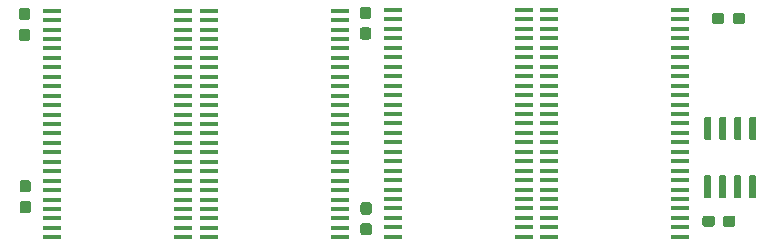
<source format=gbr>
G04 #@! TF.GenerationSoftware,KiCad,Pcbnew,5.1.5*
G04 #@! TF.CreationDate,2020-05-24T05:14:00+08:00*
G04 #@! TF.ProjectId,EDO RAM Stick Recreated,45444f20-5241-44d2-9053-7469636b2052,01*
G04 #@! TF.SameCoordinates,Original*
G04 #@! TF.FileFunction,Paste,Top*
G04 #@! TF.FilePolarity,Positive*
%FSLAX46Y46*%
G04 Gerber Fmt 4.6, Leading zero omitted, Abs format (unit mm)*
G04 Created by KiCad (PCBNEW 5.1.5) date 2020-05-24 05:14:00*
%MOMM*%
%LPD*%
G04 APERTURE LIST*
%ADD10C,0.100000*%
%ADD11R,1.500000X0.300000*%
G04 APERTURE END LIST*
D10*
G36*
X125716903Y-61676322D02*
G01*
X125731464Y-61678482D01*
X125745743Y-61682059D01*
X125759603Y-61687018D01*
X125772910Y-61693312D01*
X125785536Y-61700880D01*
X125797359Y-61709648D01*
X125808266Y-61719534D01*
X125818152Y-61730441D01*
X125826920Y-61742264D01*
X125834488Y-61754890D01*
X125840782Y-61768197D01*
X125845741Y-61782057D01*
X125849318Y-61796336D01*
X125851478Y-61810897D01*
X125852200Y-61825600D01*
X125852200Y-63475600D01*
X125851478Y-63490303D01*
X125849318Y-63504864D01*
X125845741Y-63519143D01*
X125840782Y-63533003D01*
X125834488Y-63546310D01*
X125826920Y-63558936D01*
X125818152Y-63570759D01*
X125808266Y-63581666D01*
X125797359Y-63591552D01*
X125785536Y-63600320D01*
X125772910Y-63607888D01*
X125759603Y-63614182D01*
X125745743Y-63619141D01*
X125731464Y-63622718D01*
X125716903Y-63624878D01*
X125702200Y-63625600D01*
X125402200Y-63625600D01*
X125387497Y-63624878D01*
X125372936Y-63622718D01*
X125358657Y-63619141D01*
X125344797Y-63614182D01*
X125331490Y-63607888D01*
X125318864Y-63600320D01*
X125307041Y-63591552D01*
X125296134Y-63581666D01*
X125286248Y-63570759D01*
X125277480Y-63558936D01*
X125269912Y-63546310D01*
X125263618Y-63533003D01*
X125258659Y-63519143D01*
X125255082Y-63504864D01*
X125252922Y-63490303D01*
X125252200Y-63475600D01*
X125252200Y-61825600D01*
X125252922Y-61810897D01*
X125255082Y-61796336D01*
X125258659Y-61782057D01*
X125263618Y-61768197D01*
X125269912Y-61754890D01*
X125277480Y-61742264D01*
X125286248Y-61730441D01*
X125296134Y-61719534D01*
X125307041Y-61709648D01*
X125318864Y-61700880D01*
X125331490Y-61693312D01*
X125344797Y-61687018D01*
X125358657Y-61682059D01*
X125372936Y-61678482D01*
X125387497Y-61676322D01*
X125402200Y-61675600D01*
X125702200Y-61675600D01*
X125716903Y-61676322D01*
G37*
G36*
X126986903Y-61676322D02*
G01*
X127001464Y-61678482D01*
X127015743Y-61682059D01*
X127029603Y-61687018D01*
X127042910Y-61693312D01*
X127055536Y-61700880D01*
X127067359Y-61709648D01*
X127078266Y-61719534D01*
X127088152Y-61730441D01*
X127096920Y-61742264D01*
X127104488Y-61754890D01*
X127110782Y-61768197D01*
X127115741Y-61782057D01*
X127119318Y-61796336D01*
X127121478Y-61810897D01*
X127122200Y-61825600D01*
X127122200Y-63475600D01*
X127121478Y-63490303D01*
X127119318Y-63504864D01*
X127115741Y-63519143D01*
X127110782Y-63533003D01*
X127104488Y-63546310D01*
X127096920Y-63558936D01*
X127088152Y-63570759D01*
X127078266Y-63581666D01*
X127067359Y-63591552D01*
X127055536Y-63600320D01*
X127042910Y-63607888D01*
X127029603Y-63614182D01*
X127015743Y-63619141D01*
X127001464Y-63622718D01*
X126986903Y-63624878D01*
X126972200Y-63625600D01*
X126672200Y-63625600D01*
X126657497Y-63624878D01*
X126642936Y-63622718D01*
X126628657Y-63619141D01*
X126614797Y-63614182D01*
X126601490Y-63607888D01*
X126588864Y-63600320D01*
X126577041Y-63591552D01*
X126566134Y-63581666D01*
X126556248Y-63570759D01*
X126547480Y-63558936D01*
X126539912Y-63546310D01*
X126533618Y-63533003D01*
X126528659Y-63519143D01*
X126525082Y-63504864D01*
X126522922Y-63490303D01*
X126522200Y-63475600D01*
X126522200Y-61825600D01*
X126522922Y-61810897D01*
X126525082Y-61796336D01*
X126528659Y-61782057D01*
X126533618Y-61768197D01*
X126539912Y-61754890D01*
X126547480Y-61742264D01*
X126556248Y-61730441D01*
X126566134Y-61719534D01*
X126577041Y-61709648D01*
X126588864Y-61700880D01*
X126601490Y-61693312D01*
X126614797Y-61687018D01*
X126628657Y-61682059D01*
X126642936Y-61678482D01*
X126657497Y-61676322D01*
X126672200Y-61675600D01*
X126972200Y-61675600D01*
X126986903Y-61676322D01*
G37*
G36*
X128256903Y-61676322D02*
G01*
X128271464Y-61678482D01*
X128285743Y-61682059D01*
X128299603Y-61687018D01*
X128312910Y-61693312D01*
X128325536Y-61700880D01*
X128337359Y-61709648D01*
X128348266Y-61719534D01*
X128358152Y-61730441D01*
X128366920Y-61742264D01*
X128374488Y-61754890D01*
X128380782Y-61768197D01*
X128385741Y-61782057D01*
X128389318Y-61796336D01*
X128391478Y-61810897D01*
X128392200Y-61825600D01*
X128392200Y-63475600D01*
X128391478Y-63490303D01*
X128389318Y-63504864D01*
X128385741Y-63519143D01*
X128380782Y-63533003D01*
X128374488Y-63546310D01*
X128366920Y-63558936D01*
X128358152Y-63570759D01*
X128348266Y-63581666D01*
X128337359Y-63591552D01*
X128325536Y-63600320D01*
X128312910Y-63607888D01*
X128299603Y-63614182D01*
X128285743Y-63619141D01*
X128271464Y-63622718D01*
X128256903Y-63624878D01*
X128242200Y-63625600D01*
X127942200Y-63625600D01*
X127927497Y-63624878D01*
X127912936Y-63622718D01*
X127898657Y-63619141D01*
X127884797Y-63614182D01*
X127871490Y-63607888D01*
X127858864Y-63600320D01*
X127847041Y-63591552D01*
X127836134Y-63581666D01*
X127826248Y-63570759D01*
X127817480Y-63558936D01*
X127809912Y-63546310D01*
X127803618Y-63533003D01*
X127798659Y-63519143D01*
X127795082Y-63504864D01*
X127792922Y-63490303D01*
X127792200Y-63475600D01*
X127792200Y-61825600D01*
X127792922Y-61810897D01*
X127795082Y-61796336D01*
X127798659Y-61782057D01*
X127803618Y-61768197D01*
X127809912Y-61754890D01*
X127817480Y-61742264D01*
X127826248Y-61730441D01*
X127836134Y-61719534D01*
X127847041Y-61709648D01*
X127858864Y-61700880D01*
X127871490Y-61693312D01*
X127884797Y-61687018D01*
X127898657Y-61682059D01*
X127912936Y-61678482D01*
X127927497Y-61676322D01*
X127942200Y-61675600D01*
X128242200Y-61675600D01*
X128256903Y-61676322D01*
G37*
G36*
X129526903Y-61676322D02*
G01*
X129541464Y-61678482D01*
X129555743Y-61682059D01*
X129569603Y-61687018D01*
X129582910Y-61693312D01*
X129595536Y-61700880D01*
X129607359Y-61709648D01*
X129618266Y-61719534D01*
X129628152Y-61730441D01*
X129636920Y-61742264D01*
X129644488Y-61754890D01*
X129650782Y-61768197D01*
X129655741Y-61782057D01*
X129659318Y-61796336D01*
X129661478Y-61810897D01*
X129662200Y-61825600D01*
X129662200Y-63475600D01*
X129661478Y-63490303D01*
X129659318Y-63504864D01*
X129655741Y-63519143D01*
X129650782Y-63533003D01*
X129644488Y-63546310D01*
X129636920Y-63558936D01*
X129628152Y-63570759D01*
X129618266Y-63581666D01*
X129607359Y-63591552D01*
X129595536Y-63600320D01*
X129582910Y-63607888D01*
X129569603Y-63614182D01*
X129555743Y-63619141D01*
X129541464Y-63622718D01*
X129526903Y-63624878D01*
X129512200Y-63625600D01*
X129212200Y-63625600D01*
X129197497Y-63624878D01*
X129182936Y-63622718D01*
X129168657Y-63619141D01*
X129154797Y-63614182D01*
X129141490Y-63607888D01*
X129128864Y-63600320D01*
X129117041Y-63591552D01*
X129106134Y-63581666D01*
X129096248Y-63570759D01*
X129087480Y-63558936D01*
X129079912Y-63546310D01*
X129073618Y-63533003D01*
X129068659Y-63519143D01*
X129065082Y-63504864D01*
X129062922Y-63490303D01*
X129062200Y-63475600D01*
X129062200Y-61825600D01*
X129062922Y-61810897D01*
X129065082Y-61796336D01*
X129068659Y-61782057D01*
X129073618Y-61768197D01*
X129079912Y-61754890D01*
X129087480Y-61742264D01*
X129096248Y-61730441D01*
X129106134Y-61719534D01*
X129117041Y-61709648D01*
X129128864Y-61700880D01*
X129141490Y-61693312D01*
X129154797Y-61687018D01*
X129168657Y-61682059D01*
X129182936Y-61678482D01*
X129197497Y-61676322D01*
X129212200Y-61675600D01*
X129512200Y-61675600D01*
X129526903Y-61676322D01*
G37*
G36*
X129526903Y-66626322D02*
G01*
X129541464Y-66628482D01*
X129555743Y-66632059D01*
X129569603Y-66637018D01*
X129582910Y-66643312D01*
X129595536Y-66650880D01*
X129607359Y-66659648D01*
X129618266Y-66669534D01*
X129628152Y-66680441D01*
X129636920Y-66692264D01*
X129644488Y-66704890D01*
X129650782Y-66718197D01*
X129655741Y-66732057D01*
X129659318Y-66746336D01*
X129661478Y-66760897D01*
X129662200Y-66775600D01*
X129662200Y-68425600D01*
X129661478Y-68440303D01*
X129659318Y-68454864D01*
X129655741Y-68469143D01*
X129650782Y-68483003D01*
X129644488Y-68496310D01*
X129636920Y-68508936D01*
X129628152Y-68520759D01*
X129618266Y-68531666D01*
X129607359Y-68541552D01*
X129595536Y-68550320D01*
X129582910Y-68557888D01*
X129569603Y-68564182D01*
X129555743Y-68569141D01*
X129541464Y-68572718D01*
X129526903Y-68574878D01*
X129512200Y-68575600D01*
X129212200Y-68575600D01*
X129197497Y-68574878D01*
X129182936Y-68572718D01*
X129168657Y-68569141D01*
X129154797Y-68564182D01*
X129141490Y-68557888D01*
X129128864Y-68550320D01*
X129117041Y-68541552D01*
X129106134Y-68531666D01*
X129096248Y-68520759D01*
X129087480Y-68508936D01*
X129079912Y-68496310D01*
X129073618Y-68483003D01*
X129068659Y-68469143D01*
X129065082Y-68454864D01*
X129062922Y-68440303D01*
X129062200Y-68425600D01*
X129062200Y-66775600D01*
X129062922Y-66760897D01*
X129065082Y-66746336D01*
X129068659Y-66732057D01*
X129073618Y-66718197D01*
X129079912Y-66704890D01*
X129087480Y-66692264D01*
X129096248Y-66680441D01*
X129106134Y-66669534D01*
X129117041Y-66659648D01*
X129128864Y-66650880D01*
X129141490Y-66643312D01*
X129154797Y-66637018D01*
X129168657Y-66632059D01*
X129182936Y-66628482D01*
X129197497Y-66626322D01*
X129212200Y-66625600D01*
X129512200Y-66625600D01*
X129526903Y-66626322D01*
G37*
G36*
X128256903Y-66626322D02*
G01*
X128271464Y-66628482D01*
X128285743Y-66632059D01*
X128299603Y-66637018D01*
X128312910Y-66643312D01*
X128325536Y-66650880D01*
X128337359Y-66659648D01*
X128348266Y-66669534D01*
X128358152Y-66680441D01*
X128366920Y-66692264D01*
X128374488Y-66704890D01*
X128380782Y-66718197D01*
X128385741Y-66732057D01*
X128389318Y-66746336D01*
X128391478Y-66760897D01*
X128392200Y-66775600D01*
X128392200Y-68425600D01*
X128391478Y-68440303D01*
X128389318Y-68454864D01*
X128385741Y-68469143D01*
X128380782Y-68483003D01*
X128374488Y-68496310D01*
X128366920Y-68508936D01*
X128358152Y-68520759D01*
X128348266Y-68531666D01*
X128337359Y-68541552D01*
X128325536Y-68550320D01*
X128312910Y-68557888D01*
X128299603Y-68564182D01*
X128285743Y-68569141D01*
X128271464Y-68572718D01*
X128256903Y-68574878D01*
X128242200Y-68575600D01*
X127942200Y-68575600D01*
X127927497Y-68574878D01*
X127912936Y-68572718D01*
X127898657Y-68569141D01*
X127884797Y-68564182D01*
X127871490Y-68557888D01*
X127858864Y-68550320D01*
X127847041Y-68541552D01*
X127836134Y-68531666D01*
X127826248Y-68520759D01*
X127817480Y-68508936D01*
X127809912Y-68496310D01*
X127803618Y-68483003D01*
X127798659Y-68469143D01*
X127795082Y-68454864D01*
X127792922Y-68440303D01*
X127792200Y-68425600D01*
X127792200Y-66775600D01*
X127792922Y-66760897D01*
X127795082Y-66746336D01*
X127798659Y-66732057D01*
X127803618Y-66718197D01*
X127809912Y-66704890D01*
X127817480Y-66692264D01*
X127826248Y-66680441D01*
X127836134Y-66669534D01*
X127847041Y-66659648D01*
X127858864Y-66650880D01*
X127871490Y-66643312D01*
X127884797Y-66637018D01*
X127898657Y-66632059D01*
X127912936Y-66628482D01*
X127927497Y-66626322D01*
X127942200Y-66625600D01*
X128242200Y-66625600D01*
X128256903Y-66626322D01*
G37*
G36*
X126986903Y-66626322D02*
G01*
X127001464Y-66628482D01*
X127015743Y-66632059D01*
X127029603Y-66637018D01*
X127042910Y-66643312D01*
X127055536Y-66650880D01*
X127067359Y-66659648D01*
X127078266Y-66669534D01*
X127088152Y-66680441D01*
X127096920Y-66692264D01*
X127104488Y-66704890D01*
X127110782Y-66718197D01*
X127115741Y-66732057D01*
X127119318Y-66746336D01*
X127121478Y-66760897D01*
X127122200Y-66775600D01*
X127122200Y-68425600D01*
X127121478Y-68440303D01*
X127119318Y-68454864D01*
X127115741Y-68469143D01*
X127110782Y-68483003D01*
X127104488Y-68496310D01*
X127096920Y-68508936D01*
X127088152Y-68520759D01*
X127078266Y-68531666D01*
X127067359Y-68541552D01*
X127055536Y-68550320D01*
X127042910Y-68557888D01*
X127029603Y-68564182D01*
X127015743Y-68569141D01*
X127001464Y-68572718D01*
X126986903Y-68574878D01*
X126972200Y-68575600D01*
X126672200Y-68575600D01*
X126657497Y-68574878D01*
X126642936Y-68572718D01*
X126628657Y-68569141D01*
X126614797Y-68564182D01*
X126601490Y-68557888D01*
X126588864Y-68550320D01*
X126577041Y-68541552D01*
X126566134Y-68531666D01*
X126556248Y-68520759D01*
X126547480Y-68508936D01*
X126539912Y-68496310D01*
X126533618Y-68483003D01*
X126528659Y-68469143D01*
X126525082Y-68454864D01*
X126522922Y-68440303D01*
X126522200Y-68425600D01*
X126522200Y-66775600D01*
X126522922Y-66760897D01*
X126525082Y-66746336D01*
X126528659Y-66732057D01*
X126533618Y-66718197D01*
X126539912Y-66704890D01*
X126547480Y-66692264D01*
X126556248Y-66680441D01*
X126566134Y-66669534D01*
X126577041Y-66659648D01*
X126588864Y-66650880D01*
X126601490Y-66643312D01*
X126614797Y-66637018D01*
X126628657Y-66632059D01*
X126642936Y-66628482D01*
X126657497Y-66626322D01*
X126672200Y-66625600D01*
X126972200Y-66625600D01*
X126986903Y-66626322D01*
G37*
G36*
X125716903Y-66626322D02*
G01*
X125731464Y-66628482D01*
X125745743Y-66632059D01*
X125759603Y-66637018D01*
X125772910Y-66643312D01*
X125785536Y-66650880D01*
X125797359Y-66659648D01*
X125808266Y-66669534D01*
X125818152Y-66680441D01*
X125826920Y-66692264D01*
X125834488Y-66704890D01*
X125840782Y-66718197D01*
X125845741Y-66732057D01*
X125849318Y-66746336D01*
X125851478Y-66760897D01*
X125852200Y-66775600D01*
X125852200Y-68425600D01*
X125851478Y-68440303D01*
X125849318Y-68454864D01*
X125845741Y-68469143D01*
X125840782Y-68483003D01*
X125834488Y-68496310D01*
X125826920Y-68508936D01*
X125818152Y-68520759D01*
X125808266Y-68531666D01*
X125797359Y-68541552D01*
X125785536Y-68550320D01*
X125772910Y-68557888D01*
X125759603Y-68564182D01*
X125745743Y-68569141D01*
X125731464Y-68572718D01*
X125716903Y-68574878D01*
X125702200Y-68575600D01*
X125402200Y-68575600D01*
X125387497Y-68574878D01*
X125372936Y-68572718D01*
X125358657Y-68569141D01*
X125344797Y-68564182D01*
X125331490Y-68557888D01*
X125318864Y-68550320D01*
X125307041Y-68541552D01*
X125296134Y-68531666D01*
X125286248Y-68520759D01*
X125277480Y-68508936D01*
X125269912Y-68496310D01*
X125263618Y-68483003D01*
X125258659Y-68469143D01*
X125255082Y-68454864D01*
X125252922Y-68440303D01*
X125252200Y-68425600D01*
X125252200Y-66775600D01*
X125252922Y-66760897D01*
X125255082Y-66746336D01*
X125258659Y-66732057D01*
X125263618Y-66718197D01*
X125269912Y-66704890D01*
X125277480Y-66692264D01*
X125286248Y-66680441D01*
X125296134Y-66669534D01*
X125307041Y-66659648D01*
X125318864Y-66650880D01*
X125331490Y-66643312D01*
X125344797Y-66637018D01*
X125358657Y-66632059D01*
X125372936Y-66628482D01*
X125387497Y-66626322D01*
X125402200Y-66625600D01*
X125702200Y-66625600D01*
X125716903Y-66626322D01*
G37*
D11*
X112106000Y-71830000D03*
X123206000Y-71830000D03*
X112106000Y-71030000D03*
X123206000Y-71030000D03*
X112106000Y-70230000D03*
X123206000Y-70230000D03*
X112106000Y-69430000D03*
X123206000Y-69430000D03*
X112106000Y-68630000D03*
X123206000Y-68630000D03*
X112106000Y-67830000D03*
X123206000Y-67830000D03*
X112106000Y-67030000D03*
X123206000Y-67030000D03*
X112106000Y-66230000D03*
X123206000Y-66230000D03*
X112106000Y-65430000D03*
X123206000Y-65430000D03*
X112106000Y-64630000D03*
X123206000Y-64630000D03*
X112106000Y-63830000D03*
X123206000Y-63830000D03*
X112106000Y-63030000D03*
X123206000Y-63030000D03*
X112106000Y-62230000D03*
X123206000Y-62230000D03*
X112106000Y-61430000D03*
X123206000Y-61430000D03*
X112106000Y-60630000D03*
X123206000Y-60630000D03*
X112106000Y-59830000D03*
X123206000Y-59830000D03*
X112106000Y-59030000D03*
X123206000Y-59030000D03*
X112106000Y-58230000D03*
X123206000Y-58230000D03*
X112106000Y-57430000D03*
X123206000Y-57430000D03*
X112106000Y-56630000D03*
X123206000Y-56630000D03*
X112106000Y-55830000D03*
X123206000Y-55830000D03*
X112106000Y-55030000D03*
X123206000Y-55030000D03*
X112106000Y-54230000D03*
X123206000Y-54230000D03*
X112106000Y-53430000D03*
X123206000Y-53430000D03*
X112106000Y-52630000D03*
X123206000Y-52630000D03*
X98898000Y-71830000D03*
X109998000Y-71830000D03*
X98898000Y-71030000D03*
X109998000Y-71030000D03*
X98898000Y-70230000D03*
X109998000Y-70230000D03*
X98898000Y-69430000D03*
X109998000Y-69430000D03*
X98898000Y-68630000D03*
X109998000Y-68630000D03*
X98898000Y-67830000D03*
X109998000Y-67830000D03*
X98898000Y-67030000D03*
X109998000Y-67030000D03*
X98898000Y-66230000D03*
X109998000Y-66230000D03*
X98898000Y-65430000D03*
X109998000Y-65430000D03*
X98898000Y-64630000D03*
X109998000Y-64630000D03*
X98898000Y-63830000D03*
X109998000Y-63830000D03*
X98898000Y-63030000D03*
X109998000Y-63030000D03*
X98898000Y-62230000D03*
X109998000Y-62230000D03*
X98898000Y-61430000D03*
X109998000Y-61430000D03*
X98898000Y-60630000D03*
X109998000Y-60630000D03*
X98898000Y-59830000D03*
X109998000Y-59830000D03*
X98898000Y-59030000D03*
X109998000Y-59030000D03*
X98898000Y-58230000D03*
X109998000Y-58230000D03*
X98898000Y-57430000D03*
X109998000Y-57430000D03*
X98898000Y-56630000D03*
X109998000Y-56630000D03*
X98898000Y-55830000D03*
X109998000Y-55830000D03*
X98898000Y-55030000D03*
X109998000Y-55030000D03*
X98898000Y-54230000D03*
X109998000Y-54230000D03*
X98898000Y-53430000D03*
X109998000Y-53430000D03*
X98898000Y-52630000D03*
X109998000Y-52630000D03*
X83302400Y-71880800D03*
X94402400Y-71880800D03*
X83302400Y-71080800D03*
X94402400Y-71080800D03*
X83302400Y-70280800D03*
X94402400Y-70280800D03*
X83302400Y-69480800D03*
X94402400Y-69480800D03*
X83302400Y-68680800D03*
X94402400Y-68680800D03*
X83302400Y-67880800D03*
X94402400Y-67880800D03*
X83302400Y-67080800D03*
X94402400Y-67080800D03*
X83302400Y-66280800D03*
X94402400Y-66280800D03*
X83302400Y-65480800D03*
X94402400Y-65480800D03*
X83302400Y-64680800D03*
X94402400Y-64680800D03*
X83302400Y-63880800D03*
X94402400Y-63880800D03*
X83302400Y-63080800D03*
X94402400Y-63080800D03*
X83302400Y-62280800D03*
X94402400Y-62280800D03*
X83302400Y-61480800D03*
X94402400Y-61480800D03*
X83302400Y-60680800D03*
X94402400Y-60680800D03*
X83302400Y-59880800D03*
X94402400Y-59880800D03*
X83302400Y-59080800D03*
X94402400Y-59080800D03*
X83302400Y-58280800D03*
X94402400Y-58280800D03*
X83302400Y-57480800D03*
X94402400Y-57480800D03*
X83302400Y-56680800D03*
X94402400Y-56680800D03*
X83302400Y-55880800D03*
X94402400Y-55880800D03*
X83302400Y-55080800D03*
X94402400Y-55080800D03*
X83302400Y-54280800D03*
X94402400Y-54280800D03*
X83302400Y-53480800D03*
X94402400Y-53480800D03*
X83302400Y-52680800D03*
X94402400Y-52680800D03*
X81143600Y-52680800D03*
X70043600Y-52680800D03*
X81143600Y-53480800D03*
X70043600Y-53480800D03*
X81143600Y-54280800D03*
X70043600Y-54280800D03*
X81143600Y-55080800D03*
X70043600Y-55080800D03*
X81143600Y-55880800D03*
X70043600Y-55880800D03*
X81143600Y-56680800D03*
X70043600Y-56680800D03*
X81143600Y-57480800D03*
X70043600Y-57480800D03*
X81143600Y-58280800D03*
X70043600Y-58280800D03*
X81143600Y-59080800D03*
X70043600Y-59080800D03*
X81143600Y-59880800D03*
X70043600Y-59880800D03*
X81143600Y-60680800D03*
X70043600Y-60680800D03*
X81143600Y-61480800D03*
X70043600Y-61480800D03*
X81143600Y-62280800D03*
X70043600Y-62280800D03*
X81143600Y-63080800D03*
X70043600Y-63080800D03*
X81143600Y-63880800D03*
X70043600Y-63880800D03*
X81143600Y-64680800D03*
X70043600Y-64680800D03*
X81143600Y-65480800D03*
X70043600Y-65480800D03*
X81143600Y-66280800D03*
X70043600Y-66280800D03*
X81143600Y-67080800D03*
X70043600Y-67080800D03*
X81143600Y-67880800D03*
X70043600Y-67880800D03*
X81143600Y-68680800D03*
X70043600Y-68680800D03*
X81143600Y-69480800D03*
X70043600Y-69480800D03*
X81143600Y-70280800D03*
X70043600Y-70280800D03*
X81143600Y-71080800D03*
X70043600Y-71080800D03*
X81143600Y-71880800D03*
X70043600Y-71880800D03*
D10*
G36*
X127677779Y-70036544D02*
G01*
X127700834Y-70039963D01*
X127723443Y-70045627D01*
X127745387Y-70053479D01*
X127766457Y-70063444D01*
X127786448Y-70075426D01*
X127805168Y-70089310D01*
X127822438Y-70104962D01*
X127838090Y-70122232D01*
X127851974Y-70140952D01*
X127863956Y-70160943D01*
X127873921Y-70182013D01*
X127881773Y-70203957D01*
X127887437Y-70226566D01*
X127890856Y-70249621D01*
X127892000Y-70272900D01*
X127892000Y-70747900D01*
X127890856Y-70771179D01*
X127887437Y-70794234D01*
X127881773Y-70816843D01*
X127873921Y-70838787D01*
X127863956Y-70859857D01*
X127851974Y-70879848D01*
X127838090Y-70898568D01*
X127822438Y-70915838D01*
X127805168Y-70931490D01*
X127786448Y-70945374D01*
X127766457Y-70957356D01*
X127745387Y-70967321D01*
X127723443Y-70975173D01*
X127700834Y-70980837D01*
X127677779Y-70984256D01*
X127654500Y-70985400D01*
X127079500Y-70985400D01*
X127056221Y-70984256D01*
X127033166Y-70980837D01*
X127010557Y-70975173D01*
X126988613Y-70967321D01*
X126967543Y-70957356D01*
X126947552Y-70945374D01*
X126928832Y-70931490D01*
X126911562Y-70915838D01*
X126895910Y-70898568D01*
X126882026Y-70879848D01*
X126870044Y-70859857D01*
X126860079Y-70838787D01*
X126852227Y-70816843D01*
X126846563Y-70794234D01*
X126843144Y-70771179D01*
X126842000Y-70747900D01*
X126842000Y-70272900D01*
X126843144Y-70249621D01*
X126846563Y-70226566D01*
X126852227Y-70203957D01*
X126860079Y-70182013D01*
X126870044Y-70160943D01*
X126882026Y-70140952D01*
X126895910Y-70122232D01*
X126911562Y-70104962D01*
X126928832Y-70089310D01*
X126947552Y-70075426D01*
X126967543Y-70063444D01*
X126988613Y-70053479D01*
X127010557Y-70045627D01*
X127033166Y-70039963D01*
X127056221Y-70036544D01*
X127079500Y-70035400D01*
X127654500Y-70035400D01*
X127677779Y-70036544D01*
G37*
G36*
X125927779Y-70036544D02*
G01*
X125950834Y-70039963D01*
X125973443Y-70045627D01*
X125995387Y-70053479D01*
X126016457Y-70063444D01*
X126036448Y-70075426D01*
X126055168Y-70089310D01*
X126072438Y-70104962D01*
X126088090Y-70122232D01*
X126101974Y-70140952D01*
X126113956Y-70160943D01*
X126123921Y-70182013D01*
X126131773Y-70203957D01*
X126137437Y-70226566D01*
X126140856Y-70249621D01*
X126142000Y-70272900D01*
X126142000Y-70747900D01*
X126140856Y-70771179D01*
X126137437Y-70794234D01*
X126131773Y-70816843D01*
X126123921Y-70838787D01*
X126113956Y-70859857D01*
X126101974Y-70879848D01*
X126088090Y-70898568D01*
X126072438Y-70915838D01*
X126055168Y-70931490D01*
X126036448Y-70945374D01*
X126016457Y-70957356D01*
X125995387Y-70967321D01*
X125973443Y-70975173D01*
X125950834Y-70980837D01*
X125927779Y-70984256D01*
X125904500Y-70985400D01*
X125329500Y-70985400D01*
X125306221Y-70984256D01*
X125283166Y-70980837D01*
X125260557Y-70975173D01*
X125238613Y-70967321D01*
X125217543Y-70957356D01*
X125197552Y-70945374D01*
X125178832Y-70931490D01*
X125161562Y-70915838D01*
X125145910Y-70898568D01*
X125132026Y-70879848D01*
X125120044Y-70859857D01*
X125110079Y-70838787D01*
X125102227Y-70816843D01*
X125096563Y-70794234D01*
X125093144Y-70771179D01*
X125092000Y-70747900D01*
X125092000Y-70272900D01*
X125093144Y-70249621D01*
X125096563Y-70226566D01*
X125102227Y-70203957D01*
X125110079Y-70182013D01*
X125120044Y-70160943D01*
X125132026Y-70140952D01*
X125145910Y-70122232D01*
X125161562Y-70104962D01*
X125178832Y-70089310D01*
X125197552Y-70075426D01*
X125217543Y-70063444D01*
X125238613Y-70053479D01*
X125260557Y-70045627D01*
X125283166Y-70039963D01*
X125306221Y-70036544D01*
X125329500Y-70035400D01*
X125904500Y-70035400D01*
X125927779Y-70036544D01*
G37*
G36*
X128490579Y-52866144D02*
G01*
X128513634Y-52869563D01*
X128536243Y-52875227D01*
X128558187Y-52883079D01*
X128579257Y-52893044D01*
X128599248Y-52905026D01*
X128617968Y-52918910D01*
X128635238Y-52934562D01*
X128650890Y-52951832D01*
X128664774Y-52970552D01*
X128676756Y-52990543D01*
X128686721Y-53011613D01*
X128694573Y-53033557D01*
X128700237Y-53056166D01*
X128703656Y-53079221D01*
X128704800Y-53102500D01*
X128704800Y-53577500D01*
X128703656Y-53600779D01*
X128700237Y-53623834D01*
X128694573Y-53646443D01*
X128686721Y-53668387D01*
X128676756Y-53689457D01*
X128664774Y-53709448D01*
X128650890Y-53728168D01*
X128635238Y-53745438D01*
X128617968Y-53761090D01*
X128599248Y-53774974D01*
X128579257Y-53786956D01*
X128558187Y-53796921D01*
X128536243Y-53804773D01*
X128513634Y-53810437D01*
X128490579Y-53813856D01*
X128467300Y-53815000D01*
X127892300Y-53815000D01*
X127869021Y-53813856D01*
X127845966Y-53810437D01*
X127823357Y-53804773D01*
X127801413Y-53796921D01*
X127780343Y-53786956D01*
X127760352Y-53774974D01*
X127741632Y-53761090D01*
X127724362Y-53745438D01*
X127708710Y-53728168D01*
X127694826Y-53709448D01*
X127682844Y-53689457D01*
X127672879Y-53668387D01*
X127665027Y-53646443D01*
X127659363Y-53623834D01*
X127655944Y-53600779D01*
X127654800Y-53577500D01*
X127654800Y-53102500D01*
X127655944Y-53079221D01*
X127659363Y-53056166D01*
X127665027Y-53033557D01*
X127672879Y-53011613D01*
X127682844Y-52990543D01*
X127694826Y-52970552D01*
X127708710Y-52951832D01*
X127724362Y-52934562D01*
X127741632Y-52918910D01*
X127760352Y-52905026D01*
X127780343Y-52893044D01*
X127801413Y-52883079D01*
X127823357Y-52875227D01*
X127845966Y-52869563D01*
X127869021Y-52866144D01*
X127892300Y-52865000D01*
X128467300Y-52865000D01*
X128490579Y-52866144D01*
G37*
G36*
X126740579Y-52866144D02*
G01*
X126763634Y-52869563D01*
X126786243Y-52875227D01*
X126808187Y-52883079D01*
X126829257Y-52893044D01*
X126849248Y-52905026D01*
X126867968Y-52918910D01*
X126885238Y-52934562D01*
X126900890Y-52951832D01*
X126914774Y-52970552D01*
X126926756Y-52990543D01*
X126936721Y-53011613D01*
X126944573Y-53033557D01*
X126950237Y-53056166D01*
X126953656Y-53079221D01*
X126954800Y-53102500D01*
X126954800Y-53577500D01*
X126953656Y-53600779D01*
X126950237Y-53623834D01*
X126944573Y-53646443D01*
X126936721Y-53668387D01*
X126926756Y-53689457D01*
X126914774Y-53709448D01*
X126900890Y-53728168D01*
X126885238Y-53745438D01*
X126867968Y-53761090D01*
X126849248Y-53774974D01*
X126829257Y-53786956D01*
X126808187Y-53796921D01*
X126786243Y-53804773D01*
X126763634Y-53810437D01*
X126740579Y-53813856D01*
X126717300Y-53815000D01*
X126142300Y-53815000D01*
X126119021Y-53813856D01*
X126095966Y-53810437D01*
X126073357Y-53804773D01*
X126051413Y-53796921D01*
X126030343Y-53786956D01*
X126010352Y-53774974D01*
X125991632Y-53761090D01*
X125974362Y-53745438D01*
X125958710Y-53728168D01*
X125944826Y-53709448D01*
X125932844Y-53689457D01*
X125922879Y-53668387D01*
X125915027Y-53646443D01*
X125909363Y-53623834D01*
X125905944Y-53600779D01*
X125904800Y-53577500D01*
X125904800Y-53102500D01*
X125905944Y-53079221D01*
X125909363Y-53056166D01*
X125915027Y-53033557D01*
X125922879Y-53011613D01*
X125932844Y-52990543D01*
X125944826Y-52970552D01*
X125958710Y-52951832D01*
X125974362Y-52934562D01*
X125991632Y-52918910D01*
X126010352Y-52905026D01*
X126030343Y-52893044D01*
X126051413Y-52883079D01*
X126073357Y-52875227D01*
X126095966Y-52869563D01*
X126119021Y-52866144D01*
X126142300Y-52865000D01*
X126717300Y-52865000D01*
X126740579Y-52866144D01*
G37*
G36*
X96882379Y-68908344D02*
G01*
X96905434Y-68911763D01*
X96928043Y-68917427D01*
X96949987Y-68925279D01*
X96971057Y-68935244D01*
X96991048Y-68947226D01*
X97009768Y-68961110D01*
X97027038Y-68976762D01*
X97042690Y-68994032D01*
X97056574Y-69012752D01*
X97068556Y-69032743D01*
X97078521Y-69053813D01*
X97086373Y-69075757D01*
X97092037Y-69098366D01*
X97095456Y-69121421D01*
X97096600Y-69144700D01*
X97096600Y-69719700D01*
X97095456Y-69742979D01*
X97092037Y-69766034D01*
X97086373Y-69788643D01*
X97078521Y-69810587D01*
X97068556Y-69831657D01*
X97056574Y-69851648D01*
X97042690Y-69870368D01*
X97027038Y-69887638D01*
X97009768Y-69903290D01*
X96991048Y-69917174D01*
X96971057Y-69929156D01*
X96949987Y-69939121D01*
X96928043Y-69946973D01*
X96905434Y-69952637D01*
X96882379Y-69956056D01*
X96859100Y-69957200D01*
X96384100Y-69957200D01*
X96360821Y-69956056D01*
X96337766Y-69952637D01*
X96315157Y-69946973D01*
X96293213Y-69939121D01*
X96272143Y-69929156D01*
X96252152Y-69917174D01*
X96233432Y-69903290D01*
X96216162Y-69887638D01*
X96200510Y-69870368D01*
X96186626Y-69851648D01*
X96174644Y-69831657D01*
X96164679Y-69810587D01*
X96156827Y-69788643D01*
X96151163Y-69766034D01*
X96147744Y-69742979D01*
X96146600Y-69719700D01*
X96146600Y-69144700D01*
X96147744Y-69121421D01*
X96151163Y-69098366D01*
X96156827Y-69075757D01*
X96164679Y-69053813D01*
X96174644Y-69032743D01*
X96186626Y-69012752D01*
X96200510Y-68994032D01*
X96216162Y-68976762D01*
X96233432Y-68961110D01*
X96252152Y-68947226D01*
X96272143Y-68935244D01*
X96293213Y-68925279D01*
X96315157Y-68917427D01*
X96337766Y-68911763D01*
X96360821Y-68908344D01*
X96384100Y-68907200D01*
X96859100Y-68907200D01*
X96882379Y-68908344D01*
G37*
G36*
X96882379Y-70658344D02*
G01*
X96905434Y-70661763D01*
X96928043Y-70667427D01*
X96949987Y-70675279D01*
X96971057Y-70685244D01*
X96991048Y-70697226D01*
X97009768Y-70711110D01*
X97027038Y-70726762D01*
X97042690Y-70744032D01*
X97056574Y-70762752D01*
X97068556Y-70782743D01*
X97078521Y-70803813D01*
X97086373Y-70825757D01*
X97092037Y-70848366D01*
X97095456Y-70871421D01*
X97096600Y-70894700D01*
X97096600Y-71469700D01*
X97095456Y-71492979D01*
X97092037Y-71516034D01*
X97086373Y-71538643D01*
X97078521Y-71560587D01*
X97068556Y-71581657D01*
X97056574Y-71601648D01*
X97042690Y-71620368D01*
X97027038Y-71637638D01*
X97009768Y-71653290D01*
X96991048Y-71667174D01*
X96971057Y-71679156D01*
X96949987Y-71689121D01*
X96928043Y-71696973D01*
X96905434Y-71702637D01*
X96882379Y-71706056D01*
X96859100Y-71707200D01*
X96384100Y-71707200D01*
X96360821Y-71706056D01*
X96337766Y-71702637D01*
X96315157Y-71696973D01*
X96293213Y-71689121D01*
X96272143Y-71679156D01*
X96252152Y-71667174D01*
X96233432Y-71653290D01*
X96216162Y-71637638D01*
X96200510Y-71620368D01*
X96186626Y-71601648D01*
X96174644Y-71581657D01*
X96164679Y-71560587D01*
X96156827Y-71538643D01*
X96151163Y-71516034D01*
X96147744Y-71492979D01*
X96146600Y-71469700D01*
X96146600Y-70894700D01*
X96147744Y-70871421D01*
X96151163Y-70848366D01*
X96156827Y-70825757D01*
X96164679Y-70803813D01*
X96174644Y-70782743D01*
X96186626Y-70762752D01*
X96200510Y-70744032D01*
X96216162Y-70726762D01*
X96233432Y-70711110D01*
X96252152Y-70697226D01*
X96272143Y-70685244D01*
X96293213Y-70675279D01*
X96315157Y-70667427D01*
X96337766Y-70661763D01*
X96360821Y-70658344D01*
X96384100Y-70657200D01*
X96859100Y-70657200D01*
X96882379Y-70658344D01*
G37*
G36*
X96831579Y-52336144D02*
G01*
X96854634Y-52339563D01*
X96877243Y-52345227D01*
X96899187Y-52353079D01*
X96920257Y-52363044D01*
X96940248Y-52375026D01*
X96958968Y-52388910D01*
X96976238Y-52404562D01*
X96991890Y-52421832D01*
X97005774Y-52440552D01*
X97017756Y-52460543D01*
X97027721Y-52481613D01*
X97035573Y-52503557D01*
X97041237Y-52526166D01*
X97044656Y-52549221D01*
X97045800Y-52572500D01*
X97045800Y-53147500D01*
X97044656Y-53170779D01*
X97041237Y-53193834D01*
X97035573Y-53216443D01*
X97027721Y-53238387D01*
X97017756Y-53259457D01*
X97005774Y-53279448D01*
X96991890Y-53298168D01*
X96976238Y-53315438D01*
X96958968Y-53331090D01*
X96940248Y-53344974D01*
X96920257Y-53356956D01*
X96899187Y-53366921D01*
X96877243Y-53374773D01*
X96854634Y-53380437D01*
X96831579Y-53383856D01*
X96808300Y-53385000D01*
X96333300Y-53385000D01*
X96310021Y-53383856D01*
X96286966Y-53380437D01*
X96264357Y-53374773D01*
X96242413Y-53366921D01*
X96221343Y-53356956D01*
X96201352Y-53344974D01*
X96182632Y-53331090D01*
X96165362Y-53315438D01*
X96149710Y-53298168D01*
X96135826Y-53279448D01*
X96123844Y-53259457D01*
X96113879Y-53238387D01*
X96106027Y-53216443D01*
X96100363Y-53193834D01*
X96096944Y-53170779D01*
X96095800Y-53147500D01*
X96095800Y-52572500D01*
X96096944Y-52549221D01*
X96100363Y-52526166D01*
X96106027Y-52503557D01*
X96113879Y-52481613D01*
X96123844Y-52460543D01*
X96135826Y-52440552D01*
X96149710Y-52421832D01*
X96165362Y-52404562D01*
X96182632Y-52388910D01*
X96201352Y-52375026D01*
X96221343Y-52363044D01*
X96242413Y-52353079D01*
X96264357Y-52345227D01*
X96286966Y-52339563D01*
X96310021Y-52336144D01*
X96333300Y-52335000D01*
X96808300Y-52335000D01*
X96831579Y-52336144D01*
G37*
G36*
X96831579Y-54086144D02*
G01*
X96854634Y-54089563D01*
X96877243Y-54095227D01*
X96899187Y-54103079D01*
X96920257Y-54113044D01*
X96940248Y-54125026D01*
X96958968Y-54138910D01*
X96976238Y-54154562D01*
X96991890Y-54171832D01*
X97005774Y-54190552D01*
X97017756Y-54210543D01*
X97027721Y-54231613D01*
X97035573Y-54253557D01*
X97041237Y-54276166D01*
X97044656Y-54299221D01*
X97045800Y-54322500D01*
X97045800Y-54897500D01*
X97044656Y-54920779D01*
X97041237Y-54943834D01*
X97035573Y-54966443D01*
X97027721Y-54988387D01*
X97017756Y-55009457D01*
X97005774Y-55029448D01*
X96991890Y-55048168D01*
X96976238Y-55065438D01*
X96958968Y-55081090D01*
X96940248Y-55094974D01*
X96920257Y-55106956D01*
X96899187Y-55116921D01*
X96877243Y-55124773D01*
X96854634Y-55130437D01*
X96831579Y-55133856D01*
X96808300Y-55135000D01*
X96333300Y-55135000D01*
X96310021Y-55133856D01*
X96286966Y-55130437D01*
X96264357Y-55124773D01*
X96242413Y-55116921D01*
X96221343Y-55106956D01*
X96201352Y-55094974D01*
X96182632Y-55081090D01*
X96165362Y-55065438D01*
X96149710Y-55048168D01*
X96135826Y-55029448D01*
X96123844Y-55009457D01*
X96113879Y-54988387D01*
X96106027Y-54966443D01*
X96100363Y-54943834D01*
X96096944Y-54920779D01*
X96095800Y-54897500D01*
X96095800Y-54322500D01*
X96096944Y-54299221D01*
X96100363Y-54276166D01*
X96106027Y-54253557D01*
X96113879Y-54231613D01*
X96123844Y-54210543D01*
X96135826Y-54190552D01*
X96149710Y-54171832D01*
X96165362Y-54154562D01*
X96182632Y-54138910D01*
X96201352Y-54125026D01*
X96221343Y-54113044D01*
X96242413Y-54103079D01*
X96264357Y-54095227D01*
X96286966Y-54089563D01*
X96310021Y-54086144D01*
X96333300Y-54085000D01*
X96808300Y-54085000D01*
X96831579Y-54086144D01*
G37*
G36*
X68027979Y-68778744D02*
G01*
X68051034Y-68782163D01*
X68073643Y-68787827D01*
X68095587Y-68795679D01*
X68116657Y-68805644D01*
X68136648Y-68817626D01*
X68155368Y-68831510D01*
X68172638Y-68847162D01*
X68188290Y-68864432D01*
X68202174Y-68883152D01*
X68214156Y-68903143D01*
X68224121Y-68924213D01*
X68231973Y-68946157D01*
X68237637Y-68968766D01*
X68241056Y-68991821D01*
X68242200Y-69015100D01*
X68242200Y-69590100D01*
X68241056Y-69613379D01*
X68237637Y-69636434D01*
X68231973Y-69659043D01*
X68224121Y-69680987D01*
X68214156Y-69702057D01*
X68202174Y-69722048D01*
X68188290Y-69740768D01*
X68172638Y-69758038D01*
X68155368Y-69773690D01*
X68136648Y-69787574D01*
X68116657Y-69799556D01*
X68095587Y-69809521D01*
X68073643Y-69817373D01*
X68051034Y-69823037D01*
X68027979Y-69826456D01*
X68004700Y-69827600D01*
X67529700Y-69827600D01*
X67506421Y-69826456D01*
X67483366Y-69823037D01*
X67460757Y-69817373D01*
X67438813Y-69809521D01*
X67417743Y-69799556D01*
X67397752Y-69787574D01*
X67379032Y-69773690D01*
X67361762Y-69758038D01*
X67346110Y-69740768D01*
X67332226Y-69722048D01*
X67320244Y-69702057D01*
X67310279Y-69680987D01*
X67302427Y-69659043D01*
X67296763Y-69636434D01*
X67293344Y-69613379D01*
X67292200Y-69590100D01*
X67292200Y-69015100D01*
X67293344Y-68991821D01*
X67296763Y-68968766D01*
X67302427Y-68946157D01*
X67310279Y-68924213D01*
X67320244Y-68903143D01*
X67332226Y-68883152D01*
X67346110Y-68864432D01*
X67361762Y-68847162D01*
X67379032Y-68831510D01*
X67397752Y-68817626D01*
X67417743Y-68805644D01*
X67438813Y-68795679D01*
X67460757Y-68787827D01*
X67483366Y-68782163D01*
X67506421Y-68778744D01*
X67529700Y-68777600D01*
X68004700Y-68777600D01*
X68027979Y-68778744D01*
G37*
G36*
X68027979Y-67028744D02*
G01*
X68051034Y-67032163D01*
X68073643Y-67037827D01*
X68095587Y-67045679D01*
X68116657Y-67055644D01*
X68136648Y-67067626D01*
X68155368Y-67081510D01*
X68172638Y-67097162D01*
X68188290Y-67114432D01*
X68202174Y-67133152D01*
X68214156Y-67153143D01*
X68224121Y-67174213D01*
X68231973Y-67196157D01*
X68237637Y-67218766D01*
X68241056Y-67241821D01*
X68242200Y-67265100D01*
X68242200Y-67840100D01*
X68241056Y-67863379D01*
X68237637Y-67886434D01*
X68231973Y-67909043D01*
X68224121Y-67930987D01*
X68214156Y-67952057D01*
X68202174Y-67972048D01*
X68188290Y-67990768D01*
X68172638Y-68008038D01*
X68155368Y-68023690D01*
X68136648Y-68037574D01*
X68116657Y-68049556D01*
X68095587Y-68059521D01*
X68073643Y-68067373D01*
X68051034Y-68073037D01*
X68027979Y-68076456D01*
X68004700Y-68077600D01*
X67529700Y-68077600D01*
X67506421Y-68076456D01*
X67483366Y-68073037D01*
X67460757Y-68067373D01*
X67438813Y-68059521D01*
X67417743Y-68049556D01*
X67397752Y-68037574D01*
X67379032Y-68023690D01*
X67361762Y-68008038D01*
X67346110Y-67990768D01*
X67332226Y-67972048D01*
X67320244Y-67952057D01*
X67310279Y-67930987D01*
X67302427Y-67909043D01*
X67296763Y-67886434D01*
X67293344Y-67863379D01*
X67292200Y-67840100D01*
X67292200Y-67265100D01*
X67293344Y-67241821D01*
X67296763Y-67218766D01*
X67302427Y-67196157D01*
X67310279Y-67174213D01*
X67320244Y-67153143D01*
X67332226Y-67133152D01*
X67346110Y-67114432D01*
X67361762Y-67097162D01*
X67379032Y-67081510D01*
X67397752Y-67067626D01*
X67417743Y-67055644D01*
X67438813Y-67045679D01*
X67460757Y-67037827D01*
X67483366Y-67032163D01*
X67506421Y-67028744D01*
X67529700Y-67027600D01*
X68004700Y-67027600D01*
X68027979Y-67028744D01*
G37*
G36*
X67977179Y-52449144D02*
G01*
X68000234Y-52452563D01*
X68022843Y-52458227D01*
X68044787Y-52466079D01*
X68065857Y-52476044D01*
X68085848Y-52488026D01*
X68104568Y-52501910D01*
X68121838Y-52517562D01*
X68137490Y-52534832D01*
X68151374Y-52553552D01*
X68163356Y-52573543D01*
X68173321Y-52594613D01*
X68181173Y-52616557D01*
X68186837Y-52639166D01*
X68190256Y-52662221D01*
X68191400Y-52685500D01*
X68191400Y-53260500D01*
X68190256Y-53283779D01*
X68186837Y-53306834D01*
X68181173Y-53329443D01*
X68173321Y-53351387D01*
X68163356Y-53372457D01*
X68151374Y-53392448D01*
X68137490Y-53411168D01*
X68121838Y-53428438D01*
X68104568Y-53444090D01*
X68085848Y-53457974D01*
X68065857Y-53469956D01*
X68044787Y-53479921D01*
X68022843Y-53487773D01*
X68000234Y-53493437D01*
X67977179Y-53496856D01*
X67953900Y-53498000D01*
X67478900Y-53498000D01*
X67455621Y-53496856D01*
X67432566Y-53493437D01*
X67409957Y-53487773D01*
X67388013Y-53479921D01*
X67366943Y-53469956D01*
X67346952Y-53457974D01*
X67328232Y-53444090D01*
X67310962Y-53428438D01*
X67295310Y-53411168D01*
X67281426Y-53392448D01*
X67269444Y-53372457D01*
X67259479Y-53351387D01*
X67251627Y-53329443D01*
X67245963Y-53306834D01*
X67242544Y-53283779D01*
X67241400Y-53260500D01*
X67241400Y-52685500D01*
X67242544Y-52662221D01*
X67245963Y-52639166D01*
X67251627Y-52616557D01*
X67259479Y-52594613D01*
X67269444Y-52573543D01*
X67281426Y-52553552D01*
X67295310Y-52534832D01*
X67310962Y-52517562D01*
X67328232Y-52501910D01*
X67346952Y-52488026D01*
X67366943Y-52476044D01*
X67388013Y-52466079D01*
X67409957Y-52458227D01*
X67432566Y-52452563D01*
X67455621Y-52449144D01*
X67478900Y-52448000D01*
X67953900Y-52448000D01*
X67977179Y-52449144D01*
G37*
G36*
X67977179Y-54199144D02*
G01*
X68000234Y-54202563D01*
X68022843Y-54208227D01*
X68044787Y-54216079D01*
X68065857Y-54226044D01*
X68085848Y-54238026D01*
X68104568Y-54251910D01*
X68121838Y-54267562D01*
X68137490Y-54284832D01*
X68151374Y-54303552D01*
X68163356Y-54323543D01*
X68173321Y-54344613D01*
X68181173Y-54366557D01*
X68186837Y-54389166D01*
X68190256Y-54412221D01*
X68191400Y-54435500D01*
X68191400Y-55010500D01*
X68190256Y-55033779D01*
X68186837Y-55056834D01*
X68181173Y-55079443D01*
X68173321Y-55101387D01*
X68163356Y-55122457D01*
X68151374Y-55142448D01*
X68137490Y-55161168D01*
X68121838Y-55178438D01*
X68104568Y-55194090D01*
X68085848Y-55207974D01*
X68065857Y-55219956D01*
X68044787Y-55229921D01*
X68022843Y-55237773D01*
X68000234Y-55243437D01*
X67977179Y-55246856D01*
X67953900Y-55248000D01*
X67478900Y-55248000D01*
X67455621Y-55246856D01*
X67432566Y-55243437D01*
X67409957Y-55237773D01*
X67388013Y-55229921D01*
X67366943Y-55219956D01*
X67346952Y-55207974D01*
X67328232Y-55194090D01*
X67310962Y-55178438D01*
X67295310Y-55161168D01*
X67281426Y-55142448D01*
X67269444Y-55122457D01*
X67259479Y-55101387D01*
X67251627Y-55079443D01*
X67245963Y-55056834D01*
X67242544Y-55033779D01*
X67241400Y-55010500D01*
X67241400Y-54435500D01*
X67242544Y-54412221D01*
X67245963Y-54389166D01*
X67251627Y-54366557D01*
X67259479Y-54344613D01*
X67269444Y-54323543D01*
X67281426Y-54303552D01*
X67295310Y-54284832D01*
X67310962Y-54267562D01*
X67328232Y-54251910D01*
X67346952Y-54238026D01*
X67366943Y-54226044D01*
X67388013Y-54216079D01*
X67409957Y-54208227D01*
X67432566Y-54202563D01*
X67455621Y-54199144D01*
X67478900Y-54198000D01*
X67953900Y-54198000D01*
X67977179Y-54199144D01*
G37*
M02*

</source>
